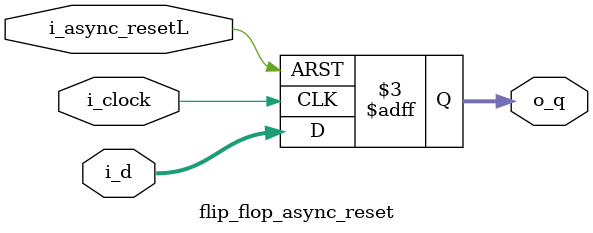
<source format=v>
module flip_flop_async_reset #(
    parameter WIDTH=8
)(
    input                  i_clock,
    input                  i_async_resetL,
    input      [WIDTH-1:0] i_d,
    output reg [WIDTH-1:0] o_q
);
    always @(posedge i_clock or negedge i_async_resetL) begin
        if (~i_async_resetL) o_q <= 0;
        else o_q <= i_d;
    end
endmodule
</source>
